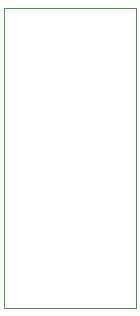
<source format=gbr>
%TF.GenerationSoftware,KiCad,Pcbnew,8.0.3*%
%TF.CreationDate,2024-12-12T22:43:46-05:00*%
%TF.ProjectId,3374_VCO,33333734-5f56-4434-9f2e-6b696361645f,0*%
%TF.SameCoordinates,PX640ad70PY37b6b20*%
%TF.FileFunction,Profile,NP*%
%FSLAX46Y46*%
G04 Gerber Fmt 4.6, Leading zero omitted, Abs format (unit mm)*
G04 Created by KiCad (PCBNEW 8.0.3) date 2024-12-12 22:43:46*
%MOMM*%
%LPD*%
G01*
G04 APERTURE LIST*
%TA.AperFunction,Profile*%
%ADD10C,0.100000*%
%TD*%
G04 APERTURE END LIST*
D10*
X0Y25400000D02*
X11176000Y25400000D01*
X11176000Y0D01*
X0Y0D01*
X0Y25400000D01*
M02*

</source>
